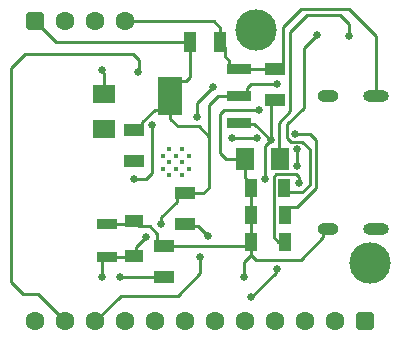
<source format=gbl>
G04*
G04 #@! TF.GenerationSoftware,Altium Limited,Altium Designer,24.8.2 (39)*
G04*
G04 Layer_Physical_Order=2*
G04 Layer_Color=16711680*
%FSLAX25Y25*%
%MOIN*%
G70*
G04*
G04 #@! TF.SameCoordinates,DAEAB18A-5E43-4365-A400-F89FC780B00D*
G04*
G04*
G04 #@! TF.FilePolarity,Positive*
G04*
G01*
G75*
%ADD32C,0.01000*%
%ADD33C,0.01575*%
%ADD34C,0.13780*%
%ADD35C,0.06299*%
G04:AMPARAMS|DCode=36|XSize=62.99mil|YSize=62.99mil|CornerRadius=15.75mil|HoleSize=0mil|Usage=FLASHONLY|Rotation=180.000|XOffset=0mil|YOffset=0mil|HoleType=Round|Shape=RoundedRectangle|*
%AMROUNDEDRECTD36*
21,1,0.06299,0.03150,0,0,180.0*
21,1,0.03150,0.06299,0,0,180.0*
1,1,0.03150,-0.01575,0.01575*
1,1,0.03150,0.01575,0.01575*
1,1,0.03150,0.01575,-0.01575*
1,1,0.03150,-0.01575,-0.01575*
%
%ADD36ROUNDEDRECTD36*%
%ADD37O,0.08661X0.03937*%
%ADD38O,0.07087X0.03937*%
%ADD39C,0.02500*%
%ADD40R,0.06299X0.04134*%
%ADD41R,0.07480X0.05906*%
%ADD42R,0.06693X0.04331*%
%ADD43R,0.06693X0.03740*%
%ADD44R,0.04331X0.06496*%
%ADD45R,0.05906X0.07480*%
%ADD46R,0.08465X0.03740*%
%ADD47R,0.08465X0.12795*%
%ADD48R,0.04331X0.06693*%
D32*
X494150Y266695D02*
X495467Y265378D01*
X499122D01*
X501500Y263000D01*
X501560Y267940D02*
X503500Y266000D01*
X496707Y267940D02*
X501560D01*
X497334Y262834D02*
X497422Y262746D01*
Y257377D02*
Y262746D01*
Y257377D02*
X497449Y257350D01*
X503500Y250000D02*
Y266000D01*
X494150Y266695D02*
Y271150D01*
X501500Y251000D02*
Y263000D01*
X494150Y271150D02*
X499500Y276500D01*
X491264Y260047D02*
X491811Y259500D01*
X491264Y271764D02*
X495000Y275500D01*
X491264Y260047D02*
Y271764D01*
X490000Y289618D02*
X490835D01*
X477980D02*
X490000D01*
X473000Y276000D02*
X484500D01*
X471500Y261500D02*
Y274500D01*
X473000Y276000D01*
X471500Y261500D02*
X473500Y259500D01*
X480000D01*
X496987Y254513D02*
X497928Y253572D01*
X490486Y254513D02*
X496987D01*
X489500Y253527D02*
X490486Y254513D01*
X489500Y233500D02*
Y253527D01*
X491000Y232000D02*
X493221D01*
X489500Y233500D02*
X491000Y232000D01*
X497928Y251701D02*
Y253572D01*
Y251701D02*
X497938Y251692D01*
X497248Y243748D02*
X503500Y250000D01*
X494886Y243748D02*
X497248D01*
X494610Y248500D02*
X499000D01*
X501500Y251000D01*
X493110Y250000D02*
X494610Y248500D01*
X402000Y290000D02*
X406500Y294500D01*
X442500D02*
X444500Y292500D01*
X406500Y294500D02*
X442500D01*
X402000Y218500D02*
Y290000D01*
Y218500D02*
X406000Y214500D01*
X444500Y289000D02*
Y292500D01*
X444000Y288500D02*
X444500Y289000D01*
X411000Y214500D02*
X420000Y205500D01*
X406000Y214500D02*
X411000D01*
X449000Y255000D02*
Y271000D01*
X447000Y253000D02*
X449000Y255000D01*
X443000Y253000D02*
X447000D01*
X457500Y214000D02*
X465000Y221500D01*
Y227000D01*
X438500Y214000D02*
X457500D01*
X430000Y205500D02*
X438500Y214000D01*
X493221Y242083D02*
X494886Y243748D01*
X493221Y241000D02*
Y242083D01*
X499500Y276500D02*
Y296500D01*
X492500Y291283D02*
Y303500D01*
X490835Y289618D02*
X492500Y291283D01*
X523500Y280626D02*
Y300500D01*
X514500Y309500D02*
X523500Y300500D01*
X498500Y309500D02*
X514500D01*
X492500Y303500D02*
X498500Y309500D01*
X499500Y296500D02*
X504000Y301000D01*
X500500Y307500D02*
X511500D01*
X514500Y300500D02*
Y304500D01*
X511500Y307500D02*
X514500Y304500D01*
X495000Y302000D02*
X500500Y307500D01*
X495000Y275500D02*
Y302000D01*
X490213Y222713D02*
X490500Y223000D01*
X482000Y213500D02*
X490213Y221713D01*
Y222713D01*
X438331Y220272D02*
X438441Y220382D01*
X453000D01*
X432425Y288763D02*
X433000Y288189D01*
Y281405D02*
Y288189D01*
X432425Y288763D02*
Y289169D01*
X455083Y273047D02*
Y279787D01*
X457630Y270500D02*
X464500D01*
X455083Y273047D02*
X457630Y270500D01*
X455083Y279787D02*
Y281914D01*
X468000Y267000D02*
Y277500D01*
Y250000D02*
Y267000D01*
X464500Y270500D02*
X468000Y267000D01*
X464000Y273500D02*
Y278283D01*
X469217Y283500D01*
X480702Y283284D02*
X481917Y284500D01*
X490500D01*
X477917Y280500D02*
X479331D01*
X480702Y281870D01*
Y283284D01*
X483064Y271436D02*
X488500Y266000D01*
X477917Y271445D02*
X477926Y271436D01*
X483064D01*
X488500Y266000D02*
Y277882D01*
X490000Y279382D01*
X468000Y277500D02*
X471000Y280500D01*
X477917D01*
X466118Y248118D02*
X468000Y250000D01*
X460000Y248118D02*
X466118D01*
X455083Y281914D02*
X458815Y285647D01*
X461500Y286917D02*
Y298500D01*
X460229Y285647D02*
X461500Y286917D01*
X458815Y285647D02*
X460229D01*
X443000Y269118D02*
X444151D01*
X445817Y270783D01*
Y271935D01*
X449936Y276054D01*
X451350D01*
X455083Y279787D01*
X452000Y238000D02*
Y240118D01*
X457183Y245302D01*
Y246453D02*
X458849Y248118D01*
X460000D01*
X457183Y245302D02*
Y246453D01*
X443674Y230174D02*
X447000Y233500D01*
X443000Y227193D02*
X443674Y227867D01*
Y230174D01*
X433795Y226988D02*
X434000D01*
X432425Y225618D02*
X433795Y226988D01*
X432425Y220272D02*
Y225618D01*
X442795Y226988D02*
X443000Y227193D01*
X434000Y226988D02*
X442795D01*
X464261Y237239D02*
X467500Y234000D01*
X460000Y237882D02*
X460643Y237239D01*
X464261D01*
X479669Y220272D02*
Y225169D01*
X482000Y227500D01*
Y232000D02*
Y241000D01*
Y227500D02*
Y232000D01*
X453000Y230618D02*
X480618D01*
X482000Y232000D01*
X448260Y237240D02*
X450802Y234698D01*
Y232283D02*
Y234698D01*
X444567Y237240D02*
X448260D01*
X450802Y232283D02*
X452468Y230618D01*
X453000D01*
X434000Y238012D02*
X442205D01*
X443000Y238807D01*
X444567Y237240D01*
X482000Y227500D02*
X483500Y226000D01*
X498500D01*
X506073Y233573D01*
Y235017D01*
X507430Y236374D02*
X507752D01*
X506073Y235017D02*
X507430Y236374D01*
X480000Y253334D02*
X480224Y253109D01*
Y251665D02*
X481890Y250000D01*
X480224Y251665D02*
Y253109D01*
X480000Y253334D02*
Y259500D01*
X482000Y241000D02*
Y249890D01*
X481890Y250000D02*
X482000Y249890D01*
X473171Y293829D02*
X474661Y292339D01*
Y290925D02*
Y292339D01*
X473171Y293829D02*
Y297065D01*
X474661Y290925D02*
X476031Y289555D01*
X477917D01*
X471736Y298500D02*
X473171Y297065D01*
X471736Y298500D02*
Y303264D01*
X477917Y289555D02*
X477980Y289618D01*
X469500Y305500D02*
X471736Y303264D01*
X440000Y305500D02*
X469500D01*
X410000D02*
X417000Y298500D01*
X461500D01*
X486500Y264000D02*
X488500Y266000D01*
X486500Y253000D02*
Y264000D01*
X475500Y266500D02*
X484000D01*
D33*
X452504Y260665D02*
D03*
X454669Y262831D02*
D03*
X459000D02*
D03*
X452504Y256335D02*
D03*
X456835Y260665D02*
D03*
X454669Y258500D02*
D03*
Y254169D02*
D03*
X456835Y256335D02*
D03*
X461165Y260665D02*
D03*
Y256335D02*
D03*
X459000Y258500D02*
D03*
Y254169D02*
D03*
D34*
X483500Y302500D02*
D03*
X521500Y225000D02*
D03*
D35*
X410000Y205500D02*
D03*
X420000D02*
D03*
X430000D02*
D03*
X450000D02*
D03*
X460000D02*
D03*
X480000D02*
D03*
X500000D02*
D03*
X510000D02*
D03*
X490000D02*
D03*
X470000D02*
D03*
X440000D02*
D03*
X420000Y305500D02*
D03*
X430000D02*
D03*
X440000D02*
D03*
D36*
X520000Y205500D02*
D03*
X410000Y305500D02*
D03*
D37*
X523500Y236374D02*
D03*
Y280626D02*
D03*
D38*
X507752D02*
D03*
Y236374D02*
D03*
D39*
X496707Y267940D02*
D03*
X497334Y262834D02*
D03*
X497449Y257350D02*
D03*
X444250Y288750D02*
D03*
X443000Y253000D02*
D03*
X465000Y227000D02*
D03*
X449000Y271000D02*
D03*
X479669Y220272D02*
D03*
X486500Y253000D02*
D03*
X467500Y234000D02*
D03*
X432425Y220272D02*
D03*
Y289169D02*
D03*
X469217Y283500D02*
D03*
X484500Y276000D02*
D03*
X464000Y273500D02*
D03*
X452000Y238000D02*
D03*
X490500Y284500D02*
D03*
X447000Y233500D02*
D03*
X497938Y251692D02*
D03*
X482000Y213500D02*
D03*
X438331Y220272D02*
D03*
X490500Y223000D02*
D03*
X443000Y258882D02*
D03*
X433000Y269595D02*
D03*
X514500Y300500D02*
D03*
X504000Y301000D02*
D03*
X490000Y289618D02*
D03*
X475500Y266500D02*
D03*
X488500Y266000D02*
D03*
X484000Y266500D02*
D03*
D40*
X443000Y238807D02*
D03*
Y227193D02*
D03*
D41*
X433000Y281405D02*
D03*
Y269595D02*
D03*
D42*
X443000Y269118D02*
D03*
Y258882D02*
D03*
X460000Y237882D02*
D03*
Y248118D02*
D03*
X453000Y220382D02*
D03*
Y230618D02*
D03*
X490000Y279382D02*
D03*
Y289618D02*
D03*
D43*
X434000Y238012D02*
D03*
Y226988D02*
D03*
D44*
X482000Y232000D02*
D03*
X493221D02*
D03*
Y241000D02*
D03*
X482000D02*
D03*
X493110Y250000D02*
D03*
X481890D02*
D03*
D45*
X491811Y259500D02*
D03*
X480000D02*
D03*
D46*
X477917Y289555D02*
D03*
Y280500D02*
D03*
Y271445D02*
D03*
D47*
X455083Y280500D02*
D03*
D48*
X461500Y298500D02*
D03*
X471736D02*
D03*
M02*

</source>
